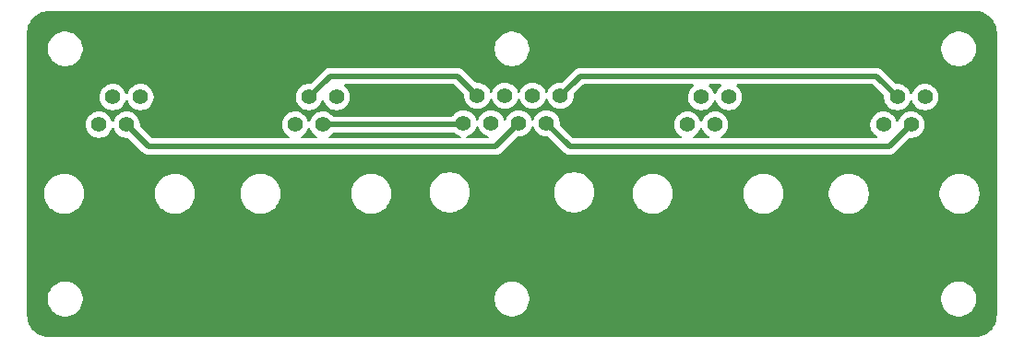
<source format=gbr>
%TF.GenerationSoftware,KiCad,Pcbnew,9.0.1-9.0.1-0~ubuntu24.04.1*%
%TF.CreationDate,2025-04-15T12:59:22-07:00*%
%TF.ProjectId,pots-over-cat6,706f7473-2d6f-4766-9572-2d636174362e,rev?*%
%TF.SameCoordinates,Original*%
%TF.FileFunction,Copper,L1,Top*%
%TF.FilePolarity,Positive*%
%FSLAX46Y46*%
G04 Gerber Fmt 4.6, Leading zero omitted, Abs format (unit mm)*
G04 Created by KiCad (PCBNEW 9.0.1-9.0.1-0~ubuntu24.04.1) date 2025-04-15 12:59:22*
%MOMM*%
%LPD*%
G01*
G04 APERTURE LIST*
%TA.AperFunction,ComponentPad*%
%ADD10C,1.408000*%
%TD*%
%TA.AperFunction,Conductor*%
%ADD11C,0.500000*%
%TD*%
G04 APERTURE END LIST*
D10*
%TO.P,J5,8*%
%TO.N,/Br*%
X160445000Y-108310000D03*
%TO.P,J5,7*%
%TO.N,/WBr*%
X159175000Y-110850000D03*
%TO.P,J5,6*%
%TO.N,/G*%
X157905000Y-108310000D03*
%TO.P,J5,5*%
%TO.N,/WB*%
X156635000Y-110850000D03*
%TO.P,J5,4*%
%TO.N,/B*%
X155365000Y-108310000D03*
%TO.P,J5,3*%
%TO.N,/WG*%
X154095000Y-110850000D03*
%TO.P,J5,2*%
%TO.N,/O*%
X152825000Y-108310000D03*
%TO.P,J5,1*%
%TO.N,/WO*%
X151555000Y-110850000D03*
%TD*%
%TO.P,J4,4*%
%TO.N,unconnected-(J4-Pad4)*%
X193905000Y-108430000D03*
%TO.P,J4,3*%
%TO.N,/WBr*%
X192635000Y-110970000D03*
%TO.P,J4,2*%
%TO.N,/Br*%
X191365000Y-108430000D03*
%TO.P,J4,1*%
%TO.N,unconnected-(J4-Pad1)*%
X190095000Y-110970000D03*
%TD*%
%TO.P,J1,4*%
%TO.N,unconnected-(J1-Pad4)*%
X121905000Y-108430000D03*
%TO.P,J1,3*%
%TO.N,/WB*%
X120635000Y-110970000D03*
%TO.P,J1,2*%
%TO.N,/B*%
X119365000Y-108430000D03*
%TO.P,J1,1*%
%TO.N,unconnected-(J1-Pad1)*%
X118095000Y-110970000D03*
%TD*%
%TO.P,J2,4*%
%TO.N,unconnected-(J2-Pad4)*%
X139905000Y-108430000D03*
%TO.P,J2,3*%
%TO.N,/WO*%
X138635000Y-110970000D03*
%TO.P,J2,2*%
%TO.N,/O*%
X137365000Y-108430000D03*
%TO.P,J2,1*%
%TO.N,unconnected-(J2-Pad1)*%
X136095000Y-110970000D03*
%TD*%
%TO.P,J3,4*%
%TO.N,unconnected-(J3-Pad4)*%
X175905000Y-108430000D03*
%TO.P,J3,3*%
%TO.N,/WG*%
X174635000Y-110970000D03*
%TO.P,J3,2*%
%TO.N,/G*%
X173365000Y-108430000D03*
%TO.P,J3,1*%
%TO.N,unconnected-(J3-Pad1)*%
X172095000Y-110970000D03*
%TD*%
D11*
%TO.N,/WB*%
X156635000Y-110850000D02*
X154485000Y-113000000D01*
X154485000Y-113000000D02*
X122665000Y-113000000D01*
X122665000Y-113000000D02*
X120635000Y-110970000D01*
%TO.N,/WO*%
X138635000Y-110970000D02*
X151435000Y-110970000D01*
X151435000Y-110970000D02*
X151555000Y-110850000D01*
%TO.N,/O*%
X137365000Y-108430000D02*
X139295000Y-106500000D01*
X139295000Y-106500000D02*
X151015000Y-106500000D01*
X151015000Y-106500000D02*
X152825000Y-108310000D01*
%TO.N,/WBr*%
X159175000Y-110850000D02*
X161325000Y-113000000D01*
X161325000Y-113000000D02*
X190605000Y-113000000D01*
X190605000Y-113000000D02*
X192635000Y-110970000D01*
%TO.N,/Br*%
X162000000Y-106755000D02*
X162255000Y-106500000D01*
X189435000Y-106500000D02*
X191365000Y-108430000D01*
X162255000Y-106500000D02*
X189435000Y-106500000D01*
X160445000Y-108310000D02*
X162000000Y-106755000D01*
%TD*%
%TA.AperFunction,NonConductor*%
G36*
X198504043Y-100500765D02*
G01*
X198752895Y-100517075D01*
X198768953Y-100519190D01*
X198976105Y-100560395D01*
X199009535Y-100567045D01*
X199025202Y-100571243D01*
X199194947Y-100628863D01*
X199257481Y-100650091D01*
X199272458Y-100656294D01*
X199481799Y-100759529D01*
X199492460Y-100764787D01*
X199506508Y-100772897D01*
X199710464Y-100909177D01*
X199723328Y-100919048D01*
X199907749Y-101080781D01*
X199919218Y-101092250D01*
X200080951Y-101276671D01*
X200090825Y-101289539D01*
X200227102Y-101493492D01*
X200235212Y-101507539D01*
X200343702Y-101727534D01*
X200349909Y-101742520D01*
X200428756Y-101974797D01*
X200432954Y-101990464D01*
X200480807Y-102231035D01*
X200482925Y-102247116D01*
X200499235Y-102495956D01*
X200499500Y-102504066D01*
X200499500Y-128495933D01*
X200499235Y-128504043D01*
X200482925Y-128752883D01*
X200480807Y-128768964D01*
X200432954Y-129009535D01*
X200428756Y-129025202D01*
X200349909Y-129257479D01*
X200343702Y-129272465D01*
X200235212Y-129492460D01*
X200227102Y-129506507D01*
X200090825Y-129710460D01*
X200080951Y-129723328D01*
X199919218Y-129907749D01*
X199907749Y-129919218D01*
X199723328Y-130080951D01*
X199710460Y-130090825D01*
X199506507Y-130227102D01*
X199492460Y-130235212D01*
X199272465Y-130343702D01*
X199257479Y-130349909D01*
X199025202Y-130428756D01*
X199009535Y-130432954D01*
X198768964Y-130480807D01*
X198752883Y-130482925D01*
X198504043Y-130499235D01*
X198495933Y-130499500D01*
X113504067Y-130499500D01*
X113495957Y-130499235D01*
X113247116Y-130482925D01*
X113231035Y-130480807D01*
X112990464Y-130432954D01*
X112974797Y-130428756D01*
X112742520Y-130349909D01*
X112727534Y-130343702D01*
X112507539Y-130235212D01*
X112493492Y-130227102D01*
X112289539Y-130090825D01*
X112276671Y-130080951D01*
X112092250Y-129919218D01*
X112080781Y-129907749D01*
X111919048Y-129723328D01*
X111909174Y-129710460D01*
X111772897Y-129506507D01*
X111764787Y-129492460D01*
X111658855Y-129277652D01*
X111656294Y-129272458D01*
X111650090Y-129257479D01*
X111571243Y-129025202D01*
X111567045Y-129009535D01*
X111559186Y-128970026D01*
X111519190Y-128768953D01*
X111517075Y-128752895D01*
X111500765Y-128504043D01*
X111500500Y-128495933D01*
X111500500Y-126874038D01*
X113399500Y-126874038D01*
X113399500Y-127125961D01*
X113438910Y-127374785D01*
X113516760Y-127614383D01*
X113631132Y-127838848D01*
X113779201Y-128042649D01*
X113779205Y-128042654D01*
X113957345Y-128220794D01*
X113957350Y-128220798D01*
X114135117Y-128349952D01*
X114161155Y-128368870D01*
X114289192Y-128434108D01*
X114385616Y-128483239D01*
X114385618Y-128483239D01*
X114385621Y-128483241D01*
X114625215Y-128561090D01*
X114874038Y-128600500D01*
X114874039Y-128600500D01*
X115125961Y-128600500D01*
X115125962Y-128600500D01*
X115374785Y-128561090D01*
X115614379Y-128483241D01*
X115838845Y-128368870D01*
X116042656Y-128220793D01*
X116220793Y-128042656D01*
X116368870Y-127838845D01*
X116483241Y-127614379D01*
X116561090Y-127374785D01*
X116600500Y-127125962D01*
X116600500Y-126874038D01*
X154399500Y-126874038D01*
X154399500Y-127125961D01*
X154438910Y-127374785D01*
X154516760Y-127614383D01*
X154631132Y-127838848D01*
X154779201Y-128042649D01*
X154779205Y-128042654D01*
X154957345Y-128220794D01*
X154957350Y-128220798D01*
X155135117Y-128349952D01*
X155161155Y-128368870D01*
X155289192Y-128434108D01*
X155385616Y-128483239D01*
X155385618Y-128483239D01*
X155385621Y-128483241D01*
X155625215Y-128561090D01*
X155874038Y-128600500D01*
X155874039Y-128600500D01*
X156125961Y-128600500D01*
X156125962Y-128600500D01*
X156374785Y-128561090D01*
X156614379Y-128483241D01*
X156838845Y-128368870D01*
X157042656Y-128220793D01*
X157220793Y-128042656D01*
X157368870Y-127838845D01*
X157483241Y-127614379D01*
X157561090Y-127374785D01*
X157600500Y-127125962D01*
X157600500Y-126874038D01*
X195399500Y-126874038D01*
X195399500Y-127125961D01*
X195438910Y-127374785D01*
X195516760Y-127614383D01*
X195631132Y-127838848D01*
X195779201Y-128042649D01*
X195779205Y-128042654D01*
X195957345Y-128220794D01*
X195957350Y-128220798D01*
X196135117Y-128349952D01*
X196161155Y-128368870D01*
X196289192Y-128434108D01*
X196385616Y-128483239D01*
X196385618Y-128483239D01*
X196385621Y-128483241D01*
X196625215Y-128561090D01*
X196874038Y-128600500D01*
X196874039Y-128600500D01*
X197125961Y-128600500D01*
X197125962Y-128600500D01*
X197374785Y-128561090D01*
X197614379Y-128483241D01*
X197838845Y-128368870D01*
X198042656Y-128220793D01*
X198220793Y-128042656D01*
X198368870Y-127838845D01*
X198483241Y-127614379D01*
X198561090Y-127374785D01*
X198600500Y-127125962D01*
X198600500Y-126874038D01*
X198561090Y-126625215D01*
X198483241Y-126385621D01*
X198483239Y-126385618D01*
X198483239Y-126385616D01*
X198441747Y-126304184D01*
X198368870Y-126161155D01*
X198349952Y-126135117D01*
X198220798Y-125957350D01*
X198220794Y-125957345D01*
X198042654Y-125779205D01*
X198042649Y-125779201D01*
X197838848Y-125631132D01*
X197838847Y-125631131D01*
X197838845Y-125631130D01*
X197768747Y-125595413D01*
X197614383Y-125516760D01*
X197374785Y-125438910D01*
X197125962Y-125399500D01*
X196874038Y-125399500D01*
X196749626Y-125419205D01*
X196625214Y-125438910D01*
X196385616Y-125516760D01*
X196161151Y-125631132D01*
X195957350Y-125779201D01*
X195957345Y-125779205D01*
X195779205Y-125957345D01*
X195779201Y-125957350D01*
X195631132Y-126161151D01*
X195516760Y-126385616D01*
X195438910Y-126625214D01*
X195399500Y-126874038D01*
X157600500Y-126874038D01*
X157561090Y-126625215D01*
X157483241Y-126385621D01*
X157483239Y-126385618D01*
X157483239Y-126385616D01*
X157441747Y-126304184D01*
X157368870Y-126161155D01*
X157349952Y-126135117D01*
X157220798Y-125957350D01*
X157220794Y-125957345D01*
X157042654Y-125779205D01*
X157042649Y-125779201D01*
X156838848Y-125631132D01*
X156838847Y-125631131D01*
X156838845Y-125631130D01*
X156768747Y-125595413D01*
X156614383Y-125516760D01*
X156374785Y-125438910D01*
X156125962Y-125399500D01*
X155874038Y-125399500D01*
X155749626Y-125419205D01*
X155625214Y-125438910D01*
X155385616Y-125516760D01*
X155161151Y-125631132D01*
X154957350Y-125779201D01*
X154957345Y-125779205D01*
X154779205Y-125957345D01*
X154779201Y-125957350D01*
X154631132Y-126161151D01*
X154516760Y-126385616D01*
X154438910Y-126625214D01*
X154399500Y-126874038D01*
X116600500Y-126874038D01*
X116561090Y-126625215D01*
X116483241Y-126385621D01*
X116483239Y-126385618D01*
X116483239Y-126385616D01*
X116441747Y-126304184D01*
X116368870Y-126161155D01*
X116349952Y-126135117D01*
X116220798Y-125957350D01*
X116220794Y-125957345D01*
X116042654Y-125779205D01*
X116042649Y-125779201D01*
X115838848Y-125631132D01*
X115838847Y-125631131D01*
X115838845Y-125631130D01*
X115768747Y-125595413D01*
X115614383Y-125516760D01*
X115374785Y-125438910D01*
X115125962Y-125399500D01*
X114874038Y-125399500D01*
X114749626Y-125419205D01*
X114625214Y-125438910D01*
X114385616Y-125516760D01*
X114161151Y-125631132D01*
X113957350Y-125779201D01*
X113957345Y-125779205D01*
X113779205Y-125957345D01*
X113779201Y-125957350D01*
X113631132Y-126161151D01*
X113516760Y-126385616D01*
X113438910Y-126625214D01*
X113399500Y-126874038D01*
X111500500Y-126874038D01*
X111500500Y-117199701D01*
X113084500Y-117199701D01*
X113084500Y-117440298D01*
X113084501Y-117440314D01*
X113115905Y-117678853D01*
X113178183Y-117911275D01*
X113270253Y-118133553D01*
X113270261Y-118133570D01*
X113390558Y-118341929D01*
X113390569Y-118341945D01*
X113537035Y-118532824D01*
X113537041Y-118532831D01*
X113707168Y-118702958D01*
X113707175Y-118702964D01*
X113741681Y-118729441D01*
X113898063Y-118849437D01*
X113898070Y-118849441D01*
X114106429Y-118969738D01*
X114106434Y-118969740D01*
X114106437Y-118969742D01*
X114106441Y-118969743D01*
X114106446Y-118969746D01*
X114328724Y-119061816D01*
X114328726Y-119061816D01*
X114328732Y-119061819D01*
X114561143Y-119124094D01*
X114799695Y-119155500D01*
X114799702Y-119155500D01*
X115040298Y-119155500D01*
X115040305Y-119155500D01*
X115278857Y-119124094D01*
X115511268Y-119061819D01*
X115733563Y-118969742D01*
X115941937Y-118849437D01*
X116132826Y-118702963D01*
X116302963Y-118532826D01*
X116449437Y-118341937D01*
X116569742Y-118133563D01*
X116661819Y-117911268D01*
X116724094Y-117678857D01*
X116755500Y-117440305D01*
X116755500Y-117199701D01*
X123244500Y-117199701D01*
X123244500Y-117440298D01*
X123244501Y-117440314D01*
X123275905Y-117678853D01*
X123338183Y-117911275D01*
X123430253Y-118133553D01*
X123430261Y-118133570D01*
X123550558Y-118341929D01*
X123550569Y-118341945D01*
X123697035Y-118532824D01*
X123697041Y-118532831D01*
X123867168Y-118702958D01*
X123867175Y-118702964D01*
X123901681Y-118729441D01*
X124058063Y-118849437D01*
X124058070Y-118849441D01*
X124266429Y-118969738D01*
X124266434Y-118969740D01*
X124266437Y-118969742D01*
X124266441Y-118969743D01*
X124266446Y-118969746D01*
X124488724Y-119061816D01*
X124488726Y-119061816D01*
X124488732Y-119061819D01*
X124721143Y-119124094D01*
X124959695Y-119155500D01*
X124959702Y-119155500D01*
X125200298Y-119155500D01*
X125200305Y-119155500D01*
X125438857Y-119124094D01*
X125671268Y-119061819D01*
X125893563Y-118969742D01*
X126101937Y-118849437D01*
X126292826Y-118702963D01*
X126462963Y-118532826D01*
X126609437Y-118341937D01*
X126729742Y-118133563D01*
X126821819Y-117911268D01*
X126884094Y-117678857D01*
X126915500Y-117440305D01*
X126915500Y-117199701D01*
X131084500Y-117199701D01*
X131084500Y-117440298D01*
X131084501Y-117440314D01*
X131115905Y-117678853D01*
X131178183Y-117911275D01*
X131270253Y-118133553D01*
X131270261Y-118133570D01*
X131390558Y-118341929D01*
X131390569Y-118341945D01*
X131537035Y-118532824D01*
X131537041Y-118532831D01*
X131707168Y-118702958D01*
X131707175Y-118702964D01*
X131741681Y-118729441D01*
X131898063Y-118849437D01*
X131898070Y-118849441D01*
X132106429Y-118969738D01*
X132106434Y-118969740D01*
X132106437Y-118969742D01*
X132106441Y-118969743D01*
X132106446Y-118969746D01*
X132328724Y-119061816D01*
X132328726Y-119061816D01*
X132328732Y-119061819D01*
X132561143Y-119124094D01*
X132799695Y-119155500D01*
X132799702Y-119155500D01*
X133040298Y-119155500D01*
X133040305Y-119155500D01*
X133278857Y-119124094D01*
X133511268Y-119061819D01*
X133733563Y-118969742D01*
X133941937Y-118849437D01*
X134132826Y-118702963D01*
X134302963Y-118532826D01*
X134449437Y-118341937D01*
X134569742Y-118133563D01*
X134661819Y-117911268D01*
X134724094Y-117678857D01*
X134755500Y-117440305D01*
X134755500Y-117199701D01*
X141244500Y-117199701D01*
X141244500Y-117440298D01*
X141244501Y-117440314D01*
X141275905Y-117678853D01*
X141338183Y-117911275D01*
X141430253Y-118133553D01*
X141430261Y-118133570D01*
X141550558Y-118341929D01*
X141550569Y-118341945D01*
X141697035Y-118532824D01*
X141697041Y-118532831D01*
X141867168Y-118702958D01*
X141867175Y-118702964D01*
X141901681Y-118729441D01*
X142058063Y-118849437D01*
X142058070Y-118849441D01*
X142266429Y-118969738D01*
X142266434Y-118969740D01*
X142266437Y-118969742D01*
X142266441Y-118969743D01*
X142266446Y-118969746D01*
X142488724Y-119061816D01*
X142488726Y-119061816D01*
X142488732Y-119061819D01*
X142721143Y-119124094D01*
X142959695Y-119155500D01*
X142959702Y-119155500D01*
X143200298Y-119155500D01*
X143200305Y-119155500D01*
X143438857Y-119124094D01*
X143671268Y-119061819D01*
X143893563Y-118969742D01*
X144101937Y-118849437D01*
X144292826Y-118702963D01*
X144462963Y-118532826D01*
X144609437Y-118341937D01*
X144729742Y-118133563D01*
X144821819Y-117911268D01*
X144884094Y-117678857D01*
X144915500Y-117440305D01*
X144915500Y-117199695D01*
X144899702Y-117079701D01*
X148449500Y-117079701D01*
X148449500Y-117320298D01*
X148449501Y-117320314D01*
X148480905Y-117558853D01*
X148543183Y-117791275D01*
X148635253Y-118013553D01*
X148635261Y-118013570D01*
X148755558Y-118221929D01*
X148755569Y-118221945D01*
X148902035Y-118412824D01*
X148902041Y-118412831D01*
X149072168Y-118582958D01*
X149072174Y-118582963D01*
X149263063Y-118729437D01*
X149263070Y-118729441D01*
X149471429Y-118849738D01*
X149471434Y-118849740D01*
X149471437Y-118849742D01*
X149471441Y-118849743D01*
X149471446Y-118849746D01*
X149693724Y-118941816D01*
X149693726Y-118941816D01*
X149693732Y-118941819D01*
X149926143Y-119004094D01*
X150164695Y-119035500D01*
X150164702Y-119035500D01*
X150405298Y-119035500D01*
X150405305Y-119035500D01*
X150643857Y-119004094D01*
X150876268Y-118941819D01*
X151098563Y-118849742D01*
X151306937Y-118729437D01*
X151497826Y-118582963D01*
X151667963Y-118412826D01*
X151814437Y-118221937D01*
X151934742Y-118013563D01*
X152026819Y-117791268D01*
X152089094Y-117558857D01*
X152120500Y-117320305D01*
X152120500Y-117079701D01*
X159879500Y-117079701D01*
X159879500Y-117320298D01*
X159879501Y-117320314D01*
X159910905Y-117558853D01*
X159973183Y-117791275D01*
X160065253Y-118013553D01*
X160065261Y-118013570D01*
X160185558Y-118221929D01*
X160185569Y-118221945D01*
X160332035Y-118412824D01*
X160332041Y-118412831D01*
X160502168Y-118582958D01*
X160502174Y-118582963D01*
X160693063Y-118729437D01*
X160693070Y-118729441D01*
X160901429Y-118849738D01*
X160901434Y-118849740D01*
X160901437Y-118849742D01*
X160901441Y-118849743D01*
X160901446Y-118849746D01*
X161123724Y-118941816D01*
X161123726Y-118941816D01*
X161123732Y-118941819D01*
X161356143Y-119004094D01*
X161594695Y-119035500D01*
X161594702Y-119035500D01*
X161835298Y-119035500D01*
X161835305Y-119035500D01*
X162073857Y-119004094D01*
X162306268Y-118941819D01*
X162528563Y-118849742D01*
X162736937Y-118729437D01*
X162927826Y-118582963D01*
X163097963Y-118412826D01*
X163244437Y-118221937D01*
X163364742Y-118013563D01*
X163456819Y-117791268D01*
X163519094Y-117558857D01*
X163550500Y-117320305D01*
X163550500Y-117199701D01*
X167084500Y-117199701D01*
X167084500Y-117440298D01*
X167084501Y-117440314D01*
X167115905Y-117678853D01*
X167178183Y-117911275D01*
X167270253Y-118133553D01*
X167270261Y-118133570D01*
X167390558Y-118341929D01*
X167390569Y-118341945D01*
X167537035Y-118532824D01*
X167537041Y-118532831D01*
X167707168Y-118702958D01*
X167707175Y-118702964D01*
X167741681Y-118729441D01*
X167898063Y-118849437D01*
X167898070Y-118849441D01*
X168106429Y-118969738D01*
X168106434Y-118969740D01*
X168106437Y-118969742D01*
X168106441Y-118969743D01*
X168106446Y-118969746D01*
X168328724Y-119061816D01*
X168328726Y-119061816D01*
X168328732Y-119061819D01*
X168561143Y-119124094D01*
X168799695Y-119155500D01*
X168799702Y-119155500D01*
X169040298Y-119155500D01*
X169040305Y-119155500D01*
X169278857Y-119124094D01*
X169511268Y-119061819D01*
X169733563Y-118969742D01*
X169941937Y-118849437D01*
X170132826Y-118702963D01*
X170302963Y-118532826D01*
X170449437Y-118341937D01*
X170569742Y-118133563D01*
X170661819Y-117911268D01*
X170724094Y-117678857D01*
X170755500Y-117440305D01*
X170755500Y-117199701D01*
X177244500Y-117199701D01*
X177244500Y-117440298D01*
X177244501Y-117440314D01*
X177275905Y-117678853D01*
X177338183Y-117911275D01*
X177430253Y-118133553D01*
X177430261Y-118133570D01*
X177550558Y-118341929D01*
X177550569Y-118341945D01*
X177697035Y-118532824D01*
X177697041Y-118532831D01*
X177867168Y-118702958D01*
X177867175Y-118702964D01*
X177901681Y-118729441D01*
X178058063Y-118849437D01*
X178058070Y-118849441D01*
X178266429Y-118969738D01*
X178266434Y-118969740D01*
X178266437Y-118969742D01*
X178266441Y-118969743D01*
X178266446Y-118969746D01*
X178488724Y-119061816D01*
X178488726Y-119061816D01*
X178488732Y-119061819D01*
X178721143Y-119124094D01*
X178959695Y-119155500D01*
X178959702Y-119155500D01*
X179200298Y-119155500D01*
X179200305Y-119155500D01*
X179438857Y-119124094D01*
X179671268Y-119061819D01*
X179893563Y-118969742D01*
X180101937Y-118849437D01*
X180292826Y-118702963D01*
X180462963Y-118532826D01*
X180609437Y-118341937D01*
X180729742Y-118133563D01*
X180821819Y-117911268D01*
X180884094Y-117678857D01*
X180915500Y-117440305D01*
X180915500Y-117199701D01*
X185084500Y-117199701D01*
X185084500Y-117440298D01*
X185084501Y-117440314D01*
X185115905Y-117678853D01*
X185178183Y-117911275D01*
X185270253Y-118133553D01*
X185270261Y-118133570D01*
X185390558Y-118341929D01*
X185390569Y-118341945D01*
X185537035Y-118532824D01*
X185537041Y-118532831D01*
X185707168Y-118702958D01*
X185707175Y-118702964D01*
X185741681Y-118729441D01*
X185898063Y-118849437D01*
X185898070Y-118849441D01*
X186106429Y-118969738D01*
X186106434Y-118969740D01*
X186106437Y-118969742D01*
X186106441Y-118969743D01*
X186106446Y-118969746D01*
X186328724Y-119061816D01*
X186328726Y-119061816D01*
X186328732Y-119061819D01*
X186561143Y-119124094D01*
X186799695Y-119155500D01*
X186799702Y-119155500D01*
X187040298Y-119155500D01*
X187040305Y-119155500D01*
X187278857Y-119124094D01*
X187511268Y-119061819D01*
X187733563Y-118969742D01*
X187941937Y-118849437D01*
X188132826Y-118702963D01*
X188302963Y-118532826D01*
X188449437Y-118341937D01*
X188569742Y-118133563D01*
X188661819Y-117911268D01*
X188724094Y-117678857D01*
X188755500Y-117440305D01*
X188755500Y-117199701D01*
X195244500Y-117199701D01*
X195244500Y-117440298D01*
X195244501Y-117440314D01*
X195275905Y-117678853D01*
X195338183Y-117911275D01*
X195430253Y-118133553D01*
X195430261Y-118133570D01*
X195550558Y-118341929D01*
X195550569Y-118341945D01*
X195697035Y-118532824D01*
X195697041Y-118532831D01*
X195867168Y-118702958D01*
X195867175Y-118702964D01*
X195901681Y-118729441D01*
X196058063Y-118849437D01*
X196058070Y-118849441D01*
X196266429Y-118969738D01*
X196266434Y-118969740D01*
X196266437Y-118969742D01*
X196266441Y-118969743D01*
X196266446Y-118969746D01*
X196488724Y-119061816D01*
X196488726Y-119061816D01*
X196488732Y-119061819D01*
X196721143Y-119124094D01*
X196959695Y-119155500D01*
X196959702Y-119155500D01*
X197200298Y-119155500D01*
X197200305Y-119155500D01*
X197438857Y-119124094D01*
X197671268Y-119061819D01*
X197893563Y-118969742D01*
X198101937Y-118849437D01*
X198292826Y-118702963D01*
X198462963Y-118532826D01*
X198609437Y-118341937D01*
X198729742Y-118133563D01*
X198821819Y-117911268D01*
X198884094Y-117678857D01*
X198915500Y-117440305D01*
X198915500Y-117199695D01*
X198884094Y-116961143D01*
X198821819Y-116728732D01*
X198772110Y-116608724D01*
X198729746Y-116506446D01*
X198729738Y-116506429D01*
X198609441Y-116298070D01*
X198609437Y-116298063D01*
X198462963Y-116107174D01*
X198462958Y-116107168D01*
X198292831Y-115937041D01*
X198292824Y-115937035D01*
X198101945Y-115790569D01*
X198101943Y-115790567D01*
X198101937Y-115790563D01*
X198101932Y-115790560D01*
X198101929Y-115790558D01*
X197893570Y-115670261D01*
X197893553Y-115670253D01*
X197671275Y-115578183D01*
X197438853Y-115515905D01*
X197200314Y-115484501D01*
X197200311Y-115484500D01*
X197200305Y-115484500D01*
X196959695Y-115484500D01*
X196959689Y-115484500D01*
X196959685Y-115484501D01*
X196721146Y-115515905D01*
X196488724Y-115578183D01*
X196266446Y-115670253D01*
X196266429Y-115670261D01*
X196058070Y-115790558D01*
X196058054Y-115790569D01*
X195867175Y-115937035D01*
X195867168Y-115937041D01*
X195697041Y-116107168D01*
X195697035Y-116107175D01*
X195550569Y-116298054D01*
X195550558Y-116298070D01*
X195430261Y-116506429D01*
X195430253Y-116506446D01*
X195338183Y-116728724D01*
X195275905Y-116961146D01*
X195244501Y-117199685D01*
X195244500Y-117199701D01*
X188755500Y-117199701D01*
X188755500Y-117199695D01*
X188724094Y-116961143D01*
X188661819Y-116728732D01*
X188612110Y-116608724D01*
X188569746Y-116506446D01*
X188569738Y-116506429D01*
X188449441Y-116298070D01*
X188449437Y-116298063D01*
X188302963Y-116107174D01*
X188302958Y-116107168D01*
X188132831Y-115937041D01*
X188132824Y-115937035D01*
X187941945Y-115790569D01*
X187941943Y-115790567D01*
X187941937Y-115790563D01*
X187941932Y-115790560D01*
X187941929Y-115790558D01*
X187733570Y-115670261D01*
X187733553Y-115670253D01*
X187511275Y-115578183D01*
X187278853Y-115515905D01*
X187040314Y-115484501D01*
X187040311Y-115484500D01*
X187040305Y-115484500D01*
X186799695Y-115484500D01*
X186799689Y-115484500D01*
X186799685Y-115484501D01*
X186561146Y-115515905D01*
X186328724Y-115578183D01*
X186106446Y-115670253D01*
X186106429Y-115670261D01*
X185898070Y-115790558D01*
X185898054Y-115790569D01*
X185707175Y-115937035D01*
X185707168Y-115937041D01*
X185537041Y-116107168D01*
X185537035Y-116107175D01*
X185390569Y-116298054D01*
X185390558Y-116298070D01*
X185270261Y-116506429D01*
X185270253Y-116506446D01*
X185178183Y-116728724D01*
X185115905Y-116961146D01*
X185084501Y-117199685D01*
X185084500Y-117199701D01*
X180915500Y-117199701D01*
X180915500Y-117199695D01*
X180884094Y-116961143D01*
X180821819Y-116728732D01*
X180772110Y-116608724D01*
X180729746Y-116506446D01*
X180729738Y-116506429D01*
X180609441Y-116298070D01*
X180609437Y-116298063D01*
X180462963Y-116107174D01*
X180462958Y-116107168D01*
X180292831Y-115937041D01*
X180292824Y-115937035D01*
X180101945Y-115790569D01*
X180101943Y-115790567D01*
X180101937Y-115790563D01*
X180101932Y-115790560D01*
X180101929Y-115790558D01*
X179893570Y-115670261D01*
X179893553Y-115670253D01*
X179671275Y-115578183D01*
X179438853Y-115515905D01*
X179200314Y-115484501D01*
X179200311Y-115484500D01*
X179200305Y-115484500D01*
X178959695Y-115484500D01*
X178959689Y-115484500D01*
X178959685Y-115484501D01*
X178721146Y-115515905D01*
X178488724Y-115578183D01*
X178266446Y-115670253D01*
X178266429Y-115670261D01*
X178058070Y-115790558D01*
X178058054Y-115790569D01*
X177867175Y-115937035D01*
X177867168Y-115937041D01*
X177697041Y-116107168D01*
X177697035Y-116107175D01*
X177550569Y-116298054D01*
X177550558Y-116298070D01*
X177430261Y-116506429D01*
X177430253Y-116506446D01*
X177338183Y-116728724D01*
X177275905Y-116961146D01*
X177244501Y-117199685D01*
X177244500Y-117199701D01*
X170755500Y-117199701D01*
X170755500Y-117199695D01*
X170724094Y-116961143D01*
X170661819Y-116728732D01*
X170612110Y-116608724D01*
X170569746Y-116506446D01*
X170569738Y-116506429D01*
X170449441Y-116298070D01*
X170449437Y-116298063D01*
X170302963Y-116107174D01*
X170302958Y-116107168D01*
X170132831Y-115937041D01*
X170132824Y-115937035D01*
X169941945Y-115790569D01*
X169941943Y-115790567D01*
X169941937Y-115790563D01*
X169941932Y-115790560D01*
X169941929Y-115790558D01*
X169733570Y-115670261D01*
X169733553Y-115670253D01*
X169511275Y-115578183D01*
X169278853Y-115515905D01*
X169040314Y-115484501D01*
X169040311Y-115484500D01*
X169040305Y-115484500D01*
X168799695Y-115484500D01*
X168799689Y-115484500D01*
X168799685Y-115484501D01*
X168561146Y-115515905D01*
X168328724Y-115578183D01*
X168106446Y-115670253D01*
X168106429Y-115670261D01*
X167898070Y-115790558D01*
X167898054Y-115790569D01*
X167707175Y-115937035D01*
X167707168Y-115937041D01*
X167537041Y-116107168D01*
X167537035Y-116107175D01*
X167390569Y-116298054D01*
X167390558Y-116298070D01*
X167270261Y-116506429D01*
X167270253Y-116506446D01*
X167178183Y-116728724D01*
X167115905Y-116961146D01*
X167084501Y-117199685D01*
X167084500Y-117199701D01*
X163550500Y-117199701D01*
X163550500Y-117079695D01*
X163519094Y-116841143D01*
X163456819Y-116608732D01*
X163414447Y-116506437D01*
X163364746Y-116386446D01*
X163364738Y-116386429D01*
X163244441Y-116178070D01*
X163244437Y-116178063D01*
X163097963Y-115987174D01*
X163097958Y-115987168D01*
X162927831Y-115817041D01*
X162927824Y-115817035D01*
X162736945Y-115670569D01*
X162736943Y-115670567D01*
X162736937Y-115670563D01*
X162736932Y-115670560D01*
X162736929Y-115670558D01*
X162528570Y-115550261D01*
X162528553Y-115550253D01*
X162306275Y-115458183D01*
X162073853Y-115395905D01*
X161835314Y-115364501D01*
X161835311Y-115364500D01*
X161835305Y-115364500D01*
X161594695Y-115364500D01*
X161594689Y-115364500D01*
X161594685Y-115364501D01*
X161356146Y-115395905D01*
X161123724Y-115458183D01*
X160901446Y-115550253D01*
X160901429Y-115550261D01*
X160693070Y-115670558D01*
X160693054Y-115670569D01*
X160502175Y-115817035D01*
X160502168Y-115817041D01*
X160332041Y-115987168D01*
X160332035Y-115987175D01*
X160185569Y-116178054D01*
X160185558Y-116178070D01*
X160065261Y-116386429D01*
X160065253Y-116386446D01*
X159973183Y-116608724D01*
X159910905Y-116841146D01*
X159879501Y-117079685D01*
X159879500Y-117079701D01*
X152120500Y-117079701D01*
X152120500Y-117079695D01*
X152089094Y-116841143D01*
X152026819Y-116608732D01*
X151984447Y-116506437D01*
X151934746Y-116386446D01*
X151934738Y-116386429D01*
X151814441Y-116178070D01*
X151814437Y-116178063D01*
X151667963Y-115987174D01*
X151667958Y-115987168D01*
X151497831Y-115817041D01*
X151497824Y-115817035D01*
X151306945Y-115670569D01*
X151306943Y-115670567D01*
X151306937Y-115670563D01*
X151306932Y-115670560D01*
X151306929Y-115670558D01*
X151098570Y-115550261D01*
X151098553Y-115550253D01*
X150876275Y-115458183D01*
X150643853Y-115395905D01*
X150405314Y-115364501D01*
X150405311Y-115364500D01*
X150405305Y-115364500D01*
X150164695Y-115364500D01*
X150164689Y-115364500D01*
X150164685Y-115364501D01*
X149926146Y-115395905D01*
X149693724Y-115458183D01*
X149471446Y-115550253D01*
X149471429Y-115550261D01*
X149263070Y-115670558D01*
X149263054Y-115670569D01*
X149072175Y-115817035D01*
X149072168Y-115817041D01*
X148902041Y-115987168D01*
X148902035Y-115987175D01*
X148755569Y-116178054D01*
X148755558Y-116178070D01*
X148635261Y-116386429D01*
X148635253Y-116386446D01*
X148543183Y-116608724D01*
X148480905Y-116841146D01*
X148449501Y-117079685D01*
X148449500Y-117079701D01*
X144899702Y-117079701D01*
X144884094Y-116961143D01*
X144821819Y-116728732D01*
X144772110Y-116608724D01*
X144729746Y-116506446D01*
X144729738Y-116506429D01*
X144609441Y-116298070D01*
X144609437Y-116298063D01*
X144462963Y-116107174D01*
X144462958Y-116107168D01*
X144292831Y-115937041D01*
X144292824Y-115937035D01*
X144101945Y-115790569D01*
X144101943Y-115790567D01*
X144101937Y-115790563D01*
X144101932Y-115790560D01*
X144101929Y-115790558D01*
X143893570Y-115670261D01*
X143893553Y-115670253D01*
X143671275Y-115578183D01*
X143438853Y-115515905D01*
X143200314Y-115484501D01*
X143200311Y-115484500D01*
X143200305Y-115484500D01*
X142959695Y-115484500D01*
X142959689Y-115484500D01*
X142959685Y-115484501D01*
X142721146Y-115515905D01*
X142488724Y-115578183D01*
X142266446Y-115670253D01*
X142266429Y-115670261D01*
X142058070Y-115790558D01*
X142058054Y-115790569D01*
X141867175Y-115937035D01*
X141867168Y-115937041D01*
X141697041Y-116107168D01*
X141697035Y-116107175D01*
X141550569Y-116298054D01*
X141550558Y-116298070D01*
X141430261Y-116506429D01*
X141430253Y-116506446D01*
X141338183Y-116728724D01*
X141275905Y-116961146D01*
X141244501Y-117199685D01*
X141244500Y-117199701D01*
X134755500Y-117199701D01*
X134755500Y-117199695D01*
X134724094Y-116961143D01*
X134661819Y-116728732D01*
X134612110Y-116608724D01*
X134569746Y-116506446D01*
X134569738Y-116506429D01*
X134449441Y-116298070D01*
X134449437Y-116298063D01*
X134302963Y-116107174D01*
X134302958Y-116107168D01*
X134132831Y-115937041D01*
X134132824Y-115937035D01*
X133941945Y-115790569D01*
X133941943Y-115790567D01*
X133941937Y-115790563D01*
X133941932Y-115790560D01*
X133941929Y-115790558D01*
X133733570Y-115670261D01*
X133733553Y-115670253D01*
X133511275Y-115578183D01*
X133278853Y-115515905D01*
X133040314Y-115484501D01*
X133040311Y-115484500D01*
X133040305Y-115484500D01*
X132799695Y-115484500D01*
X132799689Y-115484500D01*
X132799685Y-115484501D01*
X132561146Y-115515905D01*
X132328724Y-115578183D01*
X132106446Y-115670253D01*
X132106429Y-115670261D01*
X131898070Y-115790558D01*
X131898054Y-115790569D01*
X131707175Y-115937035D01*
X131707168Y-115937041D01*
X131537041Y-116107168D01*
X131537035Y-116107175D01*
X131390569Y-116298054D01*
X131390558Y-116298070D01*
X131270261Y-116506429D01*
X131270253Y-116506446D01*
X131178183Y-116728724D01*
X131115905Y-116961146D01*
X131084501Y-117199685D01*
X131084500Y-117199701D01*
X126915500Y-117199701D01*
X126915500Y-117199695D01*
X126884094Y-116961143D01*
X126821819Y-116728732D01*
X126772110Y-116608724D01*
X126729746Y-116506446D01*
X126729738Y-116506429D01*
X126609441Y-116298070D01*
X126609437Y-116298063D01*
X126462963Y-116107174D01*
X126462958Y-116107168D01*
X126292831Y-115937041D01*
X126292824Y-115937035D01*
X126101945Y-115790569D01*
X126101943Y-115790567D01*
X126101937Y-115790563D01*
X126101932Y-115790560D01*
X126101929Y-115790558D01*
X125893570Y-115670261D01*
X125893553Y-115670253D01*
X125671275Y-115578183D01*
X125438853Y-115515905D01*
X125200314Y-115484501D01*
X125200311Y-115484500D01*
X125200305Y-115484500D01*
X124959695Y-115484500D01*
X124959689Y-115484500D01*
X124959685Y-115484501D01*
X124721146Y-115515905D01*
X124488724Y-115578183D01*
X124266446Y-115670253D01*
X124266429Y-115670261D01*
X124058070Y-115790558D01*
X124058054Y-115790569D01*
X123867175Y-115937035D01*
X123867168Y-115937041D01*
X123697041Y-116107168D01*
X123697035Y-116107175D01*
X123550569Y-116298054D01*
X123550558Y-116298070D01*
X123430261Y-116506429D01*
X123430253Y-116506446D01*
X123338183Y-116728724D01*
X123275905Y-116961146D01*
X123244501Y-117199685D01*
X123244500Y-117199701D01*
X116755500Y-117199701D01*
X116755500Y-117199695D01*
X116724094Y-116961143D01*
X116661819Y-116728732D01*
X116612110Y-116608724D01*
X116569746Y-116506446D01*
X116569738Y-116506429D01*
X116449441Y-116298070D01*
X116449437Y-116298063D01*
X116302963Y-116107174D01*
X116302958Y-116107168D01*
X116132831Y-115937041D01*
X116132824Y-115937035D01*
X115941945Y-115790569D01*
X115941943Y-115790567D01*
X115941937Y-115790563D01*
X115941932Y-115790560D01*
X115941929Y-115790558D01*
X115733570Y-115670261D01*
X115733553Y-115670253D01*
X115511275Y-115578183D01*
X115278853Y-115515905D01*
X115040314Y-115484501D01*
X115040311Y-115484500D01*
X115040305Y-115484500D01*
X114799695Y-115484500D01*
X114799689Y-115484500D01*
X114799685Y-115484501D01*
X114561146Y-115515905D01*
X114328724Y-115578183D01*
X114106446Y-115670253D01*
X114106429Y-115670261D01*
X113898070Y-115790558D01*
X113898054Y-115790569D01*
X113707175Y-115937035D01*
X113707168Y-115937041D01*
X113537041Y-116107168D01*
X113537035Y-116107175D01*
X113390569Y-116298054D01*
X113390558Y-116298070D01*
X113270261Y-116506429D01*
X113270253Y-116506446D01*
X113178183Y-116728724D01*
X113115905Y-116961146D01*
X113084501Y-117199685D01*
X113084500Y-117199701D01*
X111500500Y-117199701D01*
X111500500Y-110875199D01*
X116890500Y-110875199D01*
X116890500Y-111064800D01*
X116917816Y-111237267D01*
X116920158Y-111252055D01*
X116939755Y-111312368D01*
X116978747Y-111432372D01*
X117064819Y-111601296D01*
X117176259Y-111754679D01*
X117310321Y-111888741D01*
X117463704Y-112000181D01*
X117512104Y-112024842D01*
X117632627Y-112086252D01*
X117632629Y-112086252D01*
X117632632Y-112086254D01*
X117812945Y-112144842D01*
X117906574Y-112159671D01*
X118000200Y-112174500D01*
X118000204Y-112174500D01*
X118189800Y-112174500D01*
X118273022Y-112161318D01*
X118377055Y-112144842D01*
X118557368Y-112086254D01*
X118726296Y-112000181D01*
X118879679Y-111888741D01*
X119013741Y-111754679D01*
X119125181Y-111601296D01*
X119211254Y-111432368D01*
X119247069Y-111322139D01*
X119286507Y-111264465D01*
X119350865Y-111237267D01*
X119419712Y-111249182D01*
X119471187Y-111296426D01*
X119482929Y-111322138D01*
X119518746Y-111432368D01*
X119604819Y-111601296D01*
X119716259Y-111754679D01*
X119850321Y-111888741D01*
X120003704Y-112000181D01*
X120052104Y-112024842D01*
X120172627Y-112086252D01*
X120172629Y-112086252D01*
X120172632Y-112086254D01*
X120352945Y-112144842D01*
X120446574Y-112159671D01*
X120540200Y-112174500D01*
X120726770Y-112174500D01*
X120793809Y-112194185D01*
X120814451Y-112210819D01*
X122082049Y-113478416D01*
X122186584Y-113582951D01*
X122186587Y-113582953D01*
X122186588Y-113582954D01*
X122309503Y-113665083D01*
X122309506Y-113665085D01*
X122359665Y-113685861D01*
X122366080Y-113688518D01*
X122446088Y-113721659D01*
X122562241Y-113744763D01*
X122585380Y-113749365D01*
X122591081Y-113750500D01*
X122591082Y-113750500D01*
X154558920Y-113750500D01*
X154656462Y-113731096D01*
X154703913Y-113721658D01*
X154840495Y-113665084D01*
X154889729Y-113632186D01*
X154963416Y-113582952D01*
X156455548Y-112090818D01*
X156516871Y-112057334D01*
X156543229Y-112054500D01*
X156729800Y-112054500D01*
X156813022Y-112041318D01*
X156917055Y-112024842D01*
X157097368Y-111966254D01*
X157266296Y-111880181D01*
X157419679Y-111768741D01*
X157553741Y-111634679D01*
X157665181Y-111481296D01*
X157751254Y-111312368D01*
X157787069Y-111202139D01*
X157826507Y-111144465D01*
X157890865Y-111117267D01*
X157959712Y-111129182D01*
X158011187Y-111176426D01*
X158022929Y-111202138D01*
X158058746Y-111312368D01*
X158144819Y-111481296D01*
X158256259Y-111634679D01*
X158390321Y-111768741D01*
X158543704Y-111880181D01*
X158623515Y-111920846D01*
X158712627Y-111966252D01*
X158712629Y-111966252D01*
X158712632Y-111966254D01*
X158892945Y-112024842D01*
X158986574Y-112039671D01*
X159080200Y-112054500D01*
X159266770Y-112054500D01*
X159333809Y-112074185D01*
X159354451Y-112090819D01*
X160742049Y-113478416D01*
X160846583Y-113582950D01*
X160846585Y-113582952D01*
X160969498Y-113665080D01*
X160969511Y-113665087D01*
X161106082Y-113721656D01*
X161106087Y-113721658D01*
X161106091Y-113721658D01*
X161106092Y-113721659D01*
X161251079Y-113750500D01*
X161251082Y-113750500D01*
X190678920Y-113750500D01*
X190776462Y-113731096D01*
X190823913Y-113721658D01*
X190960495Y-113665084D01*
X191009729Y-113632186D01*
X191083416Y-113582952D01*
X192455548Y-112210818D01*
X192516871Y-112177334D01*
X192543229Y-112174500D01*
X192729800Y-112174500D01*
X192813022Y-112161318D01*
X192917055Y-112144842D01*
X193097368Y-112086254D01*
X193266296Y-112000181D01*
X193419679Y-111888741D01*
X193553741Y-111754679D01*
X193665181Y-111601296D01*
X193751254Y-111432368D01*
X193809842Y-111252055D01*
X193831190Y-111117267D01*
X193839500Y-111064800D01*
X193839500Y-110875199D01*
X193820494Y-110755199D01*
X193809842Y-110687945D01*
X193751254Y-110507632D01*
X193751252Y-110507629D01*
X193751252Y-110507627D01*
X193665180Y-110338703D01*
X193553741Y-110185321D01*
X193419679Y-110051259D01*
X193266296Y-109939819D01*
X193249496Y-109931259D01*
X193097372Y-109853747D01*
X193038905Y-109834750D01*
X192917055Y-109795158D01*
X192917051Y-109795157D01*
X192917050Y-109795157D01*
X192729800Y-109765500D01*
X192729796Y-109765500D01*
X192540204Y-109765500D01*
X192540200Y-109765500D01*
X192352949Y-109795157D01*
X192352946Y-109795157D01*
X192352945Y-109795158D01*
X192294482Y-109814153D01*
X192172627Y-109853747D01*
X192003703Y-109939819D01*
X191850319Y-110051260D01*
X191716260Y-110185319D01*
X191604819Y-110338703D01*
X191518747Y-110507627D01*
X191482931Y-110617859D01*
X191443493Y-110675534D01*
X191379134Y-110702732D01*
X191310288Y-110690817D01*
X191258812Y-110643573D01*
X191247069Y-110617859D01*
X191235655Y-110582732D01*
X191211254Y-110507632D01*
X191211252Y-110507629D01*
X191211252Y-110507627D01*
X191125180Y-110338703D01*
X191013741Y-110185321D01*
X190879679Y-110051259D01*
X190726296Y-109939819D01*
X190709496Y-109931259D01*
X190557372Y-109853747D01*
X190498905Y-109834750D01*
X190377055Y-109795158D01*
X190377051Y-109795157D01*
X190377050Y-109795157D01*
X190189800Y-109765500D01*
X190189796Y-109765500D01*
X190000204Y-109765500D01*
X190000200Y-109765500D01*
X189812949Y-109795157D01*
X189812946Y-109795157D01*
X189812945Y-109795158D01*
X189754482Y-109814153D01*
X189632627Y-109853747D01*
X189463703Y-109939819D01*
X189310319Y-110051260D01*
X189176260Y-110185319D01*
X189064819Y-110338703D01*
X188978747Y-110507627D01*
X188920157Y-110687949D01*
X188890500Y-110875199D01*
X188890500Y-111064800D01*
X188917816Y-111237267D01*
X188920158Y-111252055D01*
X188939755Y-111312368D01*
X188978747Y-111432372D01*
X189064819Y-111601296D01*
X189176259Y-111754679D01*
X189310321Y-111888741D01*
X189412576Y-111963034D01*
X189463705Y-112000182D01*
X189492817Y-112015015D01*
X189543614Y-112062989D01*
X189560409Y-112130810D01*
X189537872Y-112196945D01*
X189483157Y-112240397D01*
X189436523Y-112249500D01*
X175293477Y-112249500D01*
X175226438Y-112229815D01*
X175180683Y-112177011D01*
X175170739Y-112107853D01*
X175199764Y-112044297D01*
X175237183Y-112015015D01*
X175266294Y-112000182D01*
X175266293Y-112000182D01*
X175266296Y-112000181D01*
X175419679Y-111888741D01*
X175553741Y-111754679D01*
X175665181Y-111601296D01*
X175751254Y-111432368D01*
X175809842Y-111252055D01*
X175831190Y-111117267D01*
X175839500Y-111064800D01*
X175839500Y-110875199D01*
X175820494Y-110755199D01*
X175809842Y-110687945D01*
X175751254Y-110507632D01*
X175751252Y-110507629D01*
X175751252Y-110507627D01*
X175665180Y-110338703D01*
X175553741Y-110185321D01*
X175419679Y-110051259D01*
X175266296Y-109939819D01*
X175249496Y-109931259D01*
X175097372Y-109853747D01*
X175038905Y-109834750D01*
X174917055Y-109795158D01*
X174917051Y-109795157D01*
X174917050Y-109795157D01*
X174729800Y-109765500D01*
X174729796Y-109765500D01*
X174540204Y-109765500D01*
X174540200Y-109765500D01*
X174352949Y-109795157D01*
X174352946Y-109795157D01*
X174352945Y-109795158D01*
X174294482Y-109814153D01*
X174172627Y-109853747D01*
X174003703Y-109939819D01*
X173850319Y-110051260D01*
X173716260Y-110185319D01*
X173604819Y-110338703D01*
X173518747Y-110507627D01*
X173482931Y-110617859D01*
X173443493Y-110675534D01*
X173379134Y-110702732D01*
X173310288Y-110690817D01*
X173258812Y-110643573D01*
X173247069Y-110617859D01*
X173235655Y-110582732D01*
X173211254Y-110507632D01*
X173211252Y-110507629D01*
X173211252Y-110507627D01*
X173125180Y-110338703D01*
X173013741Y-110185321D01*
X172879679Y-110051259D01*
X172726296Y-109939819D01*
X172709496Y-109931259D01*
X172557372Y-109853747D01*
X172498905Y-109834750D01*
X172377055Y-109795158D01*
X172377051Y-109795157D01*
X172377050Y-109795157D01*
X172189800Y-109765500D01*
X172189796Y-109765500D01*
X172000204Y-109765500D01*
X172000200Y-109765500D01*
X171812949Y-109795157D01*
X171812946Y-109795157D01*
X171812945Y-109795158D01*
X171754482Y-109814153D01*
X171632627Y-109853747D01*
X171463703Y-109939819D01*
X171310319Y-110051260D01*
X171176260Y-110185319D01*
X171064819Y-110338703D01*
X170978747Y-110507627D01*
X170920157Y-110687949D01*
X170890500Y-110875199D01*
X170890500Y-111064800D01*
X170917816Y-111237267D01*
X170920158Y-111252055D01*
X170939755Y-111312368D01*
X170978747Y-111432372D01*
X171064819Y-111601296D01*
X171176259Y-111754679D01*
X171310321Y-111888741D01*
X171412576Y-111963034D01*
X171463705Y-112000182D01*
X171492817Y-112015015D01*
X171543614Y-112062989D01*
X171560409Y-112130810D01*
X171537872Y-112196945D01*
X171483157Y-112240397D01*
X171436523Y-112249500D01*
X161687229Y-112249500D01*
X161620190Y-112229815D01*
X161599548Y-112213181D01*
X160415819Y-111029451D01*
X160382334Y-110968128D01*
X160379500Y-110941770D01*
X160379500Y-110755199D01*
X160357747Y-110617859D01*
X160349842Y-110567945D01*
X160291254Y-110387632D01*
X160291252Y-110387629D01*
X160291252Y-110387627D01*
X160245846Y-110298515D01*
X160205181Y-110218704D01*
X160093741Y-110065321D01*
X159959679Y-109931259D01*
X159806296Y-109819819D01*
X159637372Y-109733747D01*
X159578905Y-109714750D01*
X159457055Y-109675158D01*
X159457051Y-109675157D01*
X159457050Y-109675157D01*
X159269800Y-109645500D01*
X159269796Y-109645500D01*
X159080204Y-109645500D01*
X159080200Y-109645500D01*
X158892949Y-109675157D01*
X158892946Y-109675157D01*
X158892945Y-109675158D01*
X158834482Y-109694153D01*
X158712627Y-109733747D01*
X158543703Y-109819819D01*
X158390319Y-109931260D01*
X158256260Y-110065319D01*
X158144819Y-110218703D01*
X158058747Y-110387627D01*
X158022931Y-110497859D01*
X157983493Y-110555534D01*
X157919134Y-110582732D01*
X157850288Y-110570817D01*
X157798812Y-110523573D01*
X157787069Y-110497859D01*
X157751252Y-110387627D01*
X157705846Y-110298515D01*
X157665181Y-110218704D01*
X157553741Y-110065321D01*
X157419679Y-109931259D01*
X157266296Y-109819819D01*
X157097372Y-109733747D01*
X157038905Y-109714750D01*
X156917055Y-109675158D01*
X156917051Y-109675157D01*
X156917050Y-109675157D01*
X156729800Y-109645500D01*
X156729796Y-109645500D01*
X156540204Y-109645500D01*
X156540200Y-109645500D01*
X156352949Y-109675157D01*
X156352946Y-109675157D01*
X156352945Y-109675158D01*
X156294482Y-109694153D01*
X156172627Y-109733747D01*
X156003703Y-109819819D01*
X155850319Y-109931260D01*
X155716260Y-110065319D01*
X155604819Y-110218703D01*
X155518747Y-110387627D01*
X155482931Y-110497859D01*
X155443493Y-110555534D01*
X155379134Y-110582732D01*
X155310288Y-110570817D01*
X155258812Y-110523573D01*
X155247069Y-110497859D01*
X155211252Y-110387627D01*
X155165846Y-110298515D01*
X155125181Y-110218704D01*
X155013741Y-110065321D01*
X154879679Y-109931259D01*
X154726296Y-109819819D01*
X154557372Y-109733747D01*
X154498905Y-109714750D01*
X154377055Y-109675158D01*
X154377051Y-109675157D01*
X154377050Y-109675157D01*
X154189800Y-109645500D01*
X154189796Y-109645500D01*
X154000204Y-109645500D01*
X154000200Y-109645500D01*
X153812949Y-109675157D01*
X153812946Y-109675157D01*
X153812945Y-109675158D01*
X153754482Y-109694153D01*
X153632627Y-109733747D01*
X153463703Y-109819819D01*
X153310319Y-109931260D01*
X153176260Y-110065319D01*
X153064819Y-110218703D01*
X152978747Y-110387627D01*
X152942931Y-110497859D01*
X152903493Y-110555534D01*
X152839134Y-110582732D01*
X152770288Y-110570817D01*
X152718812Y-110523573D01*
X152707069Y-110497859D01*
X152671252Y-110387627D01*
X152625846Y-110298515D01*
X152585181Y-110218704D01*
X152473741Y-110065321D01*
X152339679Y-109931259D01*
X152186296Y-109819819D01*
X152017372Y-109733747D01*
X151958905Y-109714750D01*
X151837055Y-109675158D01*
X151837051Y-109675157D01*
X151837050Y-109675157D01*
X151649800Y-109645500D01*
X151649796Y-109645500D01*
X151460204Y-109645500D01*
X151460200Y-109645500D01*
X151272949Y-109675157D01*
X151272946Y-109675157D01*
X151272945Y-109675158D01*
X151214482Y-109694153D01*
X151092627Y-109733747D01*
X150923703Y-109819819D01*
X150770319Y-109931260D01*
X150636261Y-110065318D01*
X150636261Y-110065319D01*
X150636259Y-110065321D01*
X150561376Y-110168387D01*
X150506048Y-110211051D01*
X150461060Y-110219500D01*
X139639282Y-110219500D01*
X139572243Y-110199815D01*
X139551601Y-110183181D01*
X139419680Y-110051260D01*
X139266296Y-109939819D01*
X139097372Y-109853747D01*
X139038905Y-109834750D01*
X138917055Y-109795158D01*
X138917051Y-109795157D01*
X138917050Y-109795157D01*
X138729800Y-109765500D01*
X138729796Y-109765500D01*
X138540204Y-109765500D01*
X138540200Y-109765500D01*
X138352949Y-109795157D01*
X138352946Y-109795157D01*
X138352945Y-109795158D01*
X138294482Y-109814153D01*
X138172627Y-109853747D01*
X138003703Y-109939819D01*
X137850319Y-110051260D01*
X137716260Y-110185319D01*
X137604819Y-110338703D01*
X137518747Y-110507627D01*
X137482931Y-110617859D01*
X137443493Y-110675534D01*
X137379134Y-110702732D01*
X137310288Y-110690817D01*
X137258812Y-110643573D01*
X137247069Y-110617859D01*
X137235655Y-110582732D01*
X137211254Y-110507632D01*
X137211252Y-110507629D01*
X137211252Y-110507627D01*
X137125180Y-110338703D01*
X137013741Y-110185321D01*
X136879679Y-110051259D01*
X136726296Y-109939819D01*
X136709496Y-109931259D01*
X136557372Y-109853747D01*
X136498905Y-109834750D01*
X136377055Y-109795158D01*
X136377051Y-109795157D01*
X136377050Y-109795157D01*
X136189800Y-109765500D01*
X136189796Y-109765500D01*
X136000204Y-109765500D01*
X136000200Y-109765500D01*
X135812949Y-109795157D01*
X135812946Y-109795157D01*
X135812945Y-109795158D01*
X135754482Y-109814153D01*
X135632627Y-109853747D01*
X135463703Y-109939819D01*
X135310319Y-110051260D01*
X135176260Y-110185319D01*
X135064819Y-110338703D01*
X134978747Y-110507627D01*
X134920157Y-110687949D01*
X134890500Y-110875199D01*
X134890500Y-111064800D01*
X134917816Y-111237267D01*
X134920158Y-111252055D01*
X134939755Y-111312368D01*
X134978747Y-111432372D01*
X135064819Y-111601296D01*
X135176259Y-111754679D01*
X135310321Y-111888741D01*
X135412576Y-111963034D01*
X135463705Y-112000182D01*
X135492817Y-112015015D01*
X135543614Y-112062989D01*
X135560409Y-112130810D01*
X135537872Y-112196945D01*
X135483157Y-112240397D01*
X135436523Y-112249500D01*
X123027229Y-112249500D01*
X122960190Y-112229815D01*
X122939548Y-112213181D01*
X121875819Y-111149451D01*
X121842334Y-111088128D01*
X121839500Y-111061770D01*
X121839500Y-110875199D01*
X121820494Y-110755199D01*
X121809842Y-110687945D01*
X121751254Y-110507632D01*
X121751252Y-110507629D01*
X121751252Y-110507627D01*
X121665180Y-110338703D01*
X121553741Y-110185321D01*
X121419679Y-110051259D01*
X121266296Y-109939819D01*
X121249496Y-109931259D01*
X121097372Y-109853747D01*
X121038905Y-109834750D01*
X120917055Y-109795158D01*
X120917051Y-109795157D01*
X120917050Y-109795157D01*
X120729800Y-109765500D01*
X120729796Y-109765500D01*
X120540204Y-109765500D01*
X120540200Y-109765500D01*
X120352949Y-109795157D01*
X120352946Y-109795157D01*
X120352945Y-109795158D01*
X120294482Y-109814153D01*
X120172627Y-109853747D01*
X120003703Y-109939819D01*
X119850319Y-110051260D01*
X119716260Y-110185319D01*
X119604819Y-110338703D01*
X119518747Y-110507627D01*
X119482931Y-110617859D01*
X119443493Y-110675534D01*
X119379134Y-110702732D01*
X119310288Y-110690817D01*
X119258812Y-110643573D01*
X119247069Y-110617859D01*
X119235655Y-110582732D01*
X119211254Y-110507632D01*
X119211252Y-110507629D01*
X119211252Y-110507627D01*
X119125180Y-110338703D01*
X119013741Y-110185321D01*
X118879679Y-110051259D01*
X118726296Y-109939819D01*
X118709496Y-109931259D01*
X118557372Y-109853747D01*
X118498905Y-109834750D01*
X118377055Y-109795158D01*
X118377051Y-109795157D01*
X118377050Y-109795157D01*
X118189800Y-109765500D01*
X118189796Y-109765500D01*
X118000204Y-109765500D01*
X118000200Y-109765500D01*
X117812949Y-109795157D01*
X117812946Y-109795157D01*
X117812945Y-109795158D01*
X117754482Y-109814153D01*
X117632627Y-109853747D01*
X117463703Y-109939819D01*
X117310319Y-110051260D01*
X117176260Y-110185319D01*
X117064819Y-110338703D01*
X116978747Y-110507627D01*
X116920157Y-110687949D01*
X116890500Y-110875199D01*
X111500500Y-110875199D01*
X111500500Y-108335199D01*
X118160500Y-108335199D01*
X118160500Y-108524800D01*
X118187816Y-108697267D01*
X118190158Y-108712055D01*
X118212931Y-108782141D01*
X118248747Y-108892372D01*
X118334819Y-109061296D01*
X118446259Y-109214679D01*
X118580321Y-109348741D01*
X118733704Y-109460181D01*
X118782104Y-109484842D01*
X118902627Y-109546252D01*
X118902629Y-109546252D01*
X118902632Y-109546254D01*
X119082945Y-109604842D01*
X119176574Y-109619671D01*
X119270200Y-109634500D01*
X119270204Y-109634500D01*
X119459800Y-109634500D01*
X119543022Y-109621318D01*
X119647055Y-109604842D01*
X119827368Y-109546254D01*
X119996296Y-109460181D01*
X120149679Y-109348741D01*
X120283741Y-109214679D01*
X120395181Y-109061296D01*
X120481254Y-108892368D01*
X120517069Y-108782139D01*
X120556507Y-108724465D01*
X120620865Y-108697267D01*
X120689712Y-108709182D01*
X120741187Y-108756426D01*
X120752929Y-108782138D01*
X120788746Y-108892368D01*
X120874819Y-109061296D01*
X120986259Y-109214679D01*
X121120321Y-109348741D01*
X121273704Y-109460181D01*
X121322104Y-109484842D01*
X121442627Y-109546252D01*
X121442629Y-109546252D01*
X121442632Y-109546254D01*
X121622945Y-109604842D01*
X121716574Y-109619671D01*
X121810200Y-109634500D01*
X121810204Y-109634500D01*
X121999800Y-109634500D01*
X122083022Y-109621318D01*
X122187055Y-109604842D01*
X122367368Y-109546254D01*
X122536296Y-109460181D01*
X122689679Y-109348741D01*
X122823741Y-109214679D01*
X122935181Y-109061296D01*
X123021254Y-108892368D01*
X123079842Y-108712055D01*
X123101190Y-108577267D01*
X123109500Y-108524800D01*
X123109500Y-108335199D01*
X136160500Y-108335199D01*
X136160500Y-108524800D01*
X136187816Y-108697267D01*
X136190158Y-108712055D01*
X136212931Y-108782141D01*
X136248747Y-108892372D01*
X136334819Y-109061296D01*
X136446259Y-109214679D01*
X136580321Y-109348741D01*
X136733704Y-109460181D01*
X136782104Y-109484842D01*
X136902627Y-109546252D01*
X136902629Y-109546252D01*
X136902632Y-109546254D01*
X137082945Y-109604842D01*
X137176574Y-109619671D01*
X137270200Y-109634500D01*
X137270204Y-109634500D01*
X137459800Y-109634500D01*
X137543022Y-109621318D01*
X137647055Y-109604842D01*
X137827368Y-109546254D01*
X137996296Y-109460181D01*
X138149679Y-109348741D01*
X138283741Y-109214679D01*
X138395181Y-109061296D01*
X138481254Y-108892368D01*
X138517069Y-108782139D01*
X138556507Y-108724465D01*
X138620865Y-108697267D01*
X138689712Y-108709182D01*
X138741187Y-108756426D01*
X138752929Y-108782138D01*
X138788746Y-108892368D01*
X138874819Y-109061296D01*
X138986259Y-109214679D01*
X139120321Y-109348741D01*
X139273704Y-109460181D01*
X139322104Y-109484842D01*
X139442627Y-109546252D01*
X139442629Y-109546252D01*
X139442632Y-109546254D01*
X139622945Y-109604842D01*
X139716574Y-109619671D01*
X139810200Y-109634500D01*
X139810204Y-109634500D01*
X139999800Y-109634500D01*
X140083022Y-109621318D01*
X140187055Y-109604842D01*
X140367368Y-109546254D01*
X140536296Y-109460181D01*
X140689679Y-109348741D01*
X140823741Y-109214679D01*
X140935181Y-109061296D01*
X141021254Y-108892368D01*
X141079842Y-108712055D01*
X141101190Y-108577267D01*
X141109500Y-108524800D01*
X141109500Y-108335199D01*
X141086799Y-108191872D01*
X141079842Y-108147945D01*
X141021254Y-107967632D01*
X141021252Y-107967629D01*
X141021252Y-107967627D01*
X140935180Y-107798703D01*
X140847995Y-107678704D01*
X140823741Y-107645321D01*
X140689679Y-107511259D01*
X140639521Y-107474817D01*
X140596857Y-107419487D01*
X140590878Y-107349874D01*
X140623484Y-107288079D01*
X140684323Y-107253722D01*
X140712408Y-107250500D01*
X150652770Y-107250500D01*
X150719809Y-107270185D01*
X150740451Y-107286819D01*
X151584181Y-108130549D01*
X151617666Y-108191872D01*
X151620500Y-108218230D01*
X151620500Y-108404800D01*
X151639506Y-108524800D01*
X151650158Y-108592055D01*
X151672931Y-108662141D01*
X151708747Y-108772372D01*
X151769889Y-108892368D01*
X151794819Y-108941296D01*
X151906259Y-109094679D01*
X152040321Y-109228741D01*
X152193704Y-109340181D01*
X152273515Y-109380846D01*
X152362627Y-109426252D01*
X152362629Y-109426252D01*
X152362632Y-109426254D01*
X152542945Y-109484842D01*
X152636574Y-109499671D01*
X152730200Y-109514500D01*
X152730204Y-109514500D01*
X152919800Y-109514500D01*
X153003022Y-109501318D01*
X153107055Y-109484842D01*
X153287368Y-109426254D01*
X153456296Y-109340181D01*
X153609679Y-109228741D01*
X153743741Y-109094679D01*
X153855181Y-108941296D01*
X153941254Y-108772368D01*
X153977069Y-108662139D01*
X154016507Y-108604465D01*
X154080865Y-108577267D01*
X154149712Y-108589182D01*
X154201187Y-108636426D01*
X154212929Y-108662138D01*
X154248746Y-108772368D01*
X154334819Y-108941296D01*
X154446259Y-109094679D01*
X154580321Y-109228741D01*
X154733704Y-109340181D01*
X154813515Y-109380846D01*
X154902627Y-109426252D01*
X154902629Y-109426252D01*
X154902632Y-109426254D01*
X155082945Y-109484842D01*
X155176574Y-109499671D01*
X155270200Y-109514500D01*
X155270204Y-109514500D01*
X155459800Y-109514500D01*
X155543022Y-109501318D01*
X155647055Y-109484842D01*
X155827368Y-109426254D01*
X155996296Y-109340181D01*
X156149679Y-109228741D01*
X156283741Y-109094679D01*
X156395181Y-108941296D01*
X156481254Y-108772368D01*
X156517069Y-108662139D01*
X156556507Y-108604465D01*
X156620865Y-108577267D01*
X156689712Y-108589182D01*
X156741187Y-108636426D01*
X156752929Y-108662138D01*
X156788746Y-108772368D01*
X156874819Y-108941296D01*
X156986259Y-109094679D01*
X157120321Y-109228741D01*
X157273704Y-109340181D01*
X157353515Y-109380846D01*
X157442627Y-109426252D01*
X157442629Y-109426252D01*
X157442632Y-109426254D01*
X157622945Y-109484842D01*
X157716574Y-109499671D01*
X157810200Y-109514500D01*
X157810204Y-109514500D01*
X157999800Y-109514500D01*
X158083022Y-109501318D01*
X158187055Y-109484842D01*
X158367368Y-109426254D01*
X158536296Y-109340181D01*
X158689679Y-109228741D01*
X158823741Y-109094679D01*
X158935181Y-108941296D01*
X159021254Y-108772368D01*
X159057069Y-108662139D01*
X159096507Y-108604465D01*
X159160865Y-108577267D01*
X159229712Y-108589182D01*
X159281187Y-108636426D01*
X159292929Y-108662138D01*
X159328746Y-108772368D01*
X159414819Y-108941296D01*
X159526259Y-109094679D01*
X159660321Y-109228741D01*
X159813704Y-109340181D01*
X159893515Y-109380846D01*
X159982627Y-109426252D01*
X159982629Y-109426252D01*
X159982632Y-109426254D01*
X160162945Y-109484842D01*
X160256574Y-109499671D01*
X160350200Y-109514500D01*
X160350204Y-109514500D01*
X160539800Y-109514500D01*
X160623022Y-109501318D01*
X160727055Y-109484842D01*
X160907368Y-109426254D01*
X161076296Y-109340181D01*
X161229679Y-109228741D01*
X161363741Y-109094679D01*
X161475181Y-108941296D01*
X161561254Y-108772368D01*
X161619842Y-108592055D01*
X161636318Y-108488022D01*
X161649500Y-108404800D01*
X161649500Y-108218228D01*
X161669185Y-108151189D01*
X161685815Y-108130551D01*
X162478413Y-107337953D01*
X162478416Y-107337952D01*
X162529551Y-107286817D01*
X162581743Y-107258319D01*
X162590872Y-107253334D01*
X162590873Y-107253333D01*
X162590878Y-107253333D01*
X162617230Y-107250500D01*
X172557592Y-107250500D01*
X172624631Y-107270185D01*
X172670386Y-107322989D01*
X172680330Y-107392147D01*
X172651305Y-107455703D01*
X172630480Y-107474815D01*
X172606012Y-107492593D01*
X172580319Y-107511260D01*
X172446260Y-107645319D01*
X172334819Y-107798703D01*
X172248747Y-107967627D01*
X172224344Y-108042732D01*
X172195811Y-108130549D01*
X172190157Y-108147949D01*
X172160500Y-108335199D01*
X172160500Y-108524800D01*
X172187816Y-108697267D01*
X172190158Y-108712055D01*
X172212931Y-108782141D01*
X172248747Y-108892372D01*
X172334819Y-109061296D01*
X172446259Y-109214679D01*
X172580321Y-109348741D01*
X172733704Y-109460181D01*
X172782104Y-109484842D01*
X172902627Y-109546252D01*
X172902629Y-109546252D01*
X172902632Y-109546254D01*
X173082945Y-109604842D01*
X173176574Y-109619671D01*
X173270200Y-109634500D01*
X173270204Y-109634500D01*
X173459800Y-109634500D01*
X173543022Y-109621318D01*
X173647055Y-109604842D01*
X173827368Y-109546254D01*
X173996296Y-109460181D01*
X174149679Y-109348741D01*
X174283741Y-109214679D01*
X174395181Y-109061296D01*
X174481254Y-108892368D01*
X174517069Y-108782139D01*
X174556507Y-108724465D01*
X174620865Y-108697267D01*
X174689712Y-108709182D01*
X174741187Y-108756426D01*
X174752929Y-108782138D01*
X174788746Y-108892368D01*
X174874819Y-109061296D01*
X174986259Y-109214679D01*
X175120321Y-109348741D01*
X175273704Y-109460181D01*
X175322104Y-109484842D01*
X175442627Y-109546252D01*
X175442629Y-109546252D01*
X175442632Y-109546254D01*
X175622945Y-109604842D01*
X175716574Y-109619671D01*
X175810200Y-109634500D01*
X175810204Y-109634500D01*
X175999800Y-109634500D01*
X176083022Y-109621318D01*
X176187055Y-109604842D01*
X176367368Y-109546254D01*
X176536296Y-109460181D01*
X176689679Y-109348741D01*
X176823741Y-109214679D01*
X176935181Y-109061296D01*
X177021254Y-108892368D01*
X177079842Y-108712055D01*
X177101190Y-108577267D01*
X177109500Y-108524800D01*
X177109500Y-108335199D01*
X177086799Y-108191872D01*
X177079842Y-108147945D01*
X177021254Y-107967632D01*
X177021252Y-107967629D01*
X177021252Y-107967627D01*
X176935180Y-107798703D01*
X176847995Y-107678704D01*
X176823741Y-107645321D01*
X176689679Y-107511259D01*
X176639521Y-107474817D01*
X176596857Y-107419487D01*
X176590878Y-107349874D01*
X176623484Y-107288079D01*
X176684323Y-107253722D01*
X176712408Y-107250500D01*
X189072770Y-107250500D01*
X189139809Y-107270185D01*
X189160451Y-107286819D01*
X190124181Y-108250549D01*
X190157666Y-108311872D01*
X190160500Y-108338230D01*
X190160500Y-108524800D01*
X190187816Y-108697267D01*
X190190158Y-108712055D01*
X190212931Y-108782141D01*
X190248747Y-108892372D01*
X190334819Y-109061296D01*
X190446259Y-109214679D01*
X190580321Y-109348741D01*
X190733704Y-109460181D01*
X190782104Y-109484842D01*
X190902627Y-109546252D01*
X190902629Y-109546252D01*
X190902632Y-109546254D01*
X191082945Y-109604842D01*
X191176574Y-109619671D01*
X191270200Y-109634500D01*
X191270204Y-109634500D01*
X191459800Y-109634500D01*
X191543022Y-109621318D01*
X191647055Y-109604842D01*
X191827368Y-109546254D01*
X191996296Y-109460181D01*
X192149679Y-109348741D01*
X192283741Y-109214679D01*
X192395181Y-109061296D01*
X192481254Y-108892368D01*
X192517069Y-108782139D01*
X192556507Y-108724465D01*
X192620865Y-108697267D01*
X192689712Y-108709182D01*
X192741187Y-108756426D01*
X192752929Y-108782138D01*
X192788746Y-108892368D01*
X192874819Y-109061296D01*
X192986259Y-109214679D01*
X193120321Y-109348741D01*
X193273704Y-109460181D01*
X193322104Y-109484842D01*
X193442627Y-109546252D01*
X193442629Y-109546252D01*
X193442632Y-109546254D01*
X193622945Y-109604842D01*
X193716574Y-109619671D01*
X193810200Y-109634500D01*
X193810204Y-109634500D01*
X193999800Y-109634500D01*
X194083022Y-109621318D01*
X194187055Y-109604842D01*
X194367368Y-109546254D01*
X194536296Y-109460181D01*
X194689679Y-109348741D01*
X194823741Y-109214679D01*
X194935181Y-109061296D01*
X195021254Y-108892368D01*
X195079842Y-108712055D01*
X195101190Y-108577267D01*
X195109500Y-108524800D01*
X195109500Y-108335199D01*
X195086799Y-108191872D01*
X195079842Y-108147945D01*
X195021254Y-107967632D01*
X195021252Y-107967629D01*
X195021252Y-107967627D01*
X194935180Y-107798703D01*
X194847995Y-107678704D01*
X194823741Y-107645321D01*
X194689679Y-107511259D01*
X194536296Y-107399819D01*
X194519496Y-107391259D01*
X194367372Y-107313747D01*
X194284490Y-107286817D01*
X194187055Y-107255158D01*
X194187051Y-107255157D01*
X194187050Y-107255157D01*
X193999800Y-107225500D01*
X193999796Y-107225500D01*
X193810204Y-107225500D01*
X193810200Y-107225500D01*
X193622949Y-107255157D01*
X193622946Y-107255157D01*
X193622945Y-107255158D01*
X193613217Y-107258319D01*
X193442627Y-107313747D01*
X193273703Y-107399819D01*
X193120319Y-107511260D01*
X192986260Y-107645319D01*
X192874819Y-107798703D01*
X192788747Y-107967627D01*
X192752931Y-108077859D01*
X192713493Y-108135534D01*
X192649134Y-108162732D01*
X192580288Y-108150817D01*
X192528812Y-108103573D01*
X192517069Y-108077859D01*
X192505655Y-108042732D01*
X192481254Y-107967632D01*
X192481252Y-107967629D01*
X192481252Y-107967627D01*
X192395180Y-107798703D01*
X192307995Y-107678704D01*
X192283741Y-107645321D01*
X192149679Y-107511259D01*
X191996296Y-107399819D01*
X191979496Y-107391259D01*
X191827372Y-107313747D01*
X191744490Y-107286817D01*
X191647055Y-107255158D01*
X191647051Y-107255157D01*
X191647050Y-107255157D01*
X191459800Y-107225500D01*
X191459796Y-107225500D01*
X191273230Y-107225500D01*
X191206191Y-107205815D01*
X191185549Y-107189181D01*
X189913421Y-105917052D01*
X189913414Y-105917046D01*
X189839729Y-105867812D01*
X189839729Y-105867813D01*
X189790491Y-105834913D01*
X189653917Y-105778343D01*
X189653907Y-105778340D01*
X189508920Y-105749500D01*
X189508918Y-105749500D01*
X162181082Y-105749500D01*
X162181080Y-105749500D01*
X162036092Y-105778340D01*
X162036082Y-105778343D01*
X161899511Y-105834912D01*
X161899498Y-105834919D01*
X161776584Y-105917048D01*
X161776580Y-105917051D01*
X161417046Y-106276586D01*
X160624450Y-107069181D01*
X160563127Y-107102666D01*
X160536769Y-107105500D01*
X160350200Y-107105500D01*
X160162949Y-107135157D01*
X160162946Y-107135157D01*
X160162945Y-107135158D01*
X160104482Y-107154153D01*
X159982627Y-107193747D01*
X159813703Y-107279819D01*
X159660319Y-107391260D01*
X159526260Y-107525319D01*
X159414819Y-107678703D01*
X159328747Y-107847627D01*
X159292931Y-107957859D01*
X159253493Y-108015534D01*
X159189134Y-108042732D01*
X159120288Y-108030817D01*
X159068812Y-107983573D01*
X159057069Y-107957859D01*
X159021252Y-107847627D01*
X158935180Y-107678703D01*
X158823741Y-107525321D01*
X158689679Y-107391259D01*
X158536296Y-107279819D01*
X158494100Y-107258319D01*
X158367372Y-107193747D01*
X158308905Y-107174750D01*
X158187055Y-107135158D01*
X158187051Y-107135157D01*
X158187050Y-107135157D01*
X157999800Y-107105500D01*
X157999796Y-107105500D01*
X157810204Y-107105500D01*
X157810200Y-107105500D01*
X157622949Y-107135157D01*
X157622946Y-107135157D01*
X157622945Y-107135158D01*
X157564482Y-107154153D01*
X157442627Y-107193747D01*
X157273703Y-107279819D01*
X157120319Y-107391260D01*
X156986260Y-107525319D01*
X156874819Y-107678703D01*
X156788747Y-107847627D01*
X156752931Y-107957859D01*
X156713493Y-108015534D01*
X156649134Y-108042732D01*
X156580288Y-108030817D01*
X156528812Y-107983573D01*
X156517069Y-107957859D01*
X156481252Y-107847627D01*
X156395180Y-107678703D01*
X156283741Y-107525321D01*
X156149679Y-107391259D01*
X155996296Y-107279819D01*
X155954100Y-107258319D01*
X155827372Y-107193747D01*
X155768905Y-107174750D01*
X155647055Y-107135158D01*
X155647051Y-107135157D01*
X155647050Y-107135157D01*
X155459800Y-107105500D01*
X155459796Y-107105500D01*
X155270204Y-107105500D01*
X155270200Y-107105500D01*
X155082949Y-107135157D01*
X155082946Y-107135157D01*
X155082945Y-107135158D01*
X155024482Y-107154153D01*
X154902627Y-107193747D01*
X154733703Y-107279819D01*
X154580319Y-107391260D01*
X154446260Y-107525319D01*
X154334819Y-107678703D01*
X154248747Y-107847627D01*
X154212931Y-107957859D01*
X154173493Y-108015534D01*
X154109134Y-108042732D01*
X154040288Y-108030817D01*
X153988812Y-107983573D01*
X153977069Y-107957859D01*
X153941252Y-107847627D01*
X153855180Y-107678703D01*
X153743741Y-107525321D01*
X153609679Y-107391259D01*
X153456296Y-107279819D01*
X153414100Y-107258319D01*
X153287372Y-107193747D01*
X153228905Y-107174750D01*
X153107055Y-107135158D01*
X153107051Y-107135157D01*
X153107050Y-107135157D01*
X152919800Y-107105500D01*
X152919796Y-107105500D01*
X152733230Y-107105500D01*
X152666191Y-107085815D01*
X152645549Y-107069181D01*
X151493421Y-105917052D01*
X151493414Y-105917046D01*
X151419729Y-105867812D01*
X151419729Y-105867813D01*
X151370491Y-105834913D01*
X151233917Y-105778343D01*
X151233907Y-105778340D01*
X151088920Y-105749500D01*
X151088918Y-105749500D01*
X139368917Y-105749500D01*
X139221082Y-105749500D01*
X139221080Y-105749500D01*
X139076092Y-105778340D01*
X139076082Y-105778343D01*
X138939511Y-105834912D01*
X138939498Y-105834919D01*
X138816584Y-105917048D01*
X138816580Y-105917051D01*
X137544450Y-107189181D01*
X137483127Y-107222666D01*
X137456769Y-107225500D01*
X137270200Y-107225500D01*
X137082949Y-107255157D01*
X137082946Y-107255157D01*
X137082945Y-107255158D01*
X137073217Y-107258319D01*
X136902627Y-107313747D01*
X136733703Y-107399819D01*
X136580319Y-107511260D01*
X136446260Y-107645319D01*
X136334819Y-107798703D01*
X136248747Y-107967627D01*
X136224344Y-108042732D01*
X136195811Y-108130549D01*
X136190157Y-108147949D01*
X136160500Y-108335199D01*
X123109500Y-108335199D01*
X123086799Y-108191872D01*
X123079842Y-108147945D01*
X123021254Y-107967632D01*
X123021252Y-107967629D01*
X123021252Y-107967627D01*
X122935180Y-107798703D01*
X122847995Y-107678704D01*
X122823741Y-107645321D01*
X122689679Y-107511259D01*
X122536296Y-107399819D01*
X122519496Y-107391259D01*
X122367372Y-107313747D01*
X122284490Y-107286817D01*
X122187055Y-107255158D01*
X122187051Y-107255157D01*
X122187050Y-107255157D01*
X121999800Y-107225500D01*
X121999796Y-107225500D01*
X121810204Y-107225500D01*
X121810200Y-107225500D01*
X121622949Y-107255157D01*
X121622946Y-107255157D01*
X121622945Y-107255158D01*
X121613217Y-107258319D01*
X121442627Y-107313747D01*
X121273703Y-107399819D01*
X121120319Y-107511260D01*
X120986260Y-107645319D01*
X120874819Y-107798703D01*
X120788747Y-107967627D01*
X120752931Y-108077859D01*
X120713493Y-108135534D01*
X120649134Y-108162732D01*
X120580288Y-108150817D01*
X120528812Y-108103573D01*
X120517069Y-108077859D01*
X120505655Y-108042732D01*
X120481254Y-107967632D01*
X120481252Y-107967629D01*
X120481252Y-107967627D01*
X120395180Y-107798703D01*
X120307995Y-107678704D01*
X120283741Y-107645321D01*
X120149679Y-107511259D01*
X119996296Y-107399819D01*
X119979496Y-107391259D01*
X119827372Y-107313747D01*
X119744490Y-107286817D01*
X119647055Y-107255158D01*
X119647051Y-107255157D01*
X119647050Y-107255157D01*
X119459800Y-107225500D01*
X119459796Y-107225500D01*
X119270204Y-107225500D01*
X119270200Y-107225500D01*
X119082949Y-107255157D01*
X119082946Y-107255157D01*
X119082945Y-107255158D01*
X119073217Y-107258319D01*
X118902627Y-107313747D01*
X118733703Y-107399819D01*
X118580319Y-107511260D01*
X118446260Y-107645319D01*
X118334819Y-107798703D01*
X118248747Y-107967627D01*
X118224344Y-108042732D01*
X118195811Y-108130549D01*
X118190157Y-108147949D01*
X118160500Y-108335199D01*
X111500500Y-108335199D01*
X111500500Y-103874038D01*
X113399500Y-103874038D01*
X113399500Y-104125961D01*
X113438910Y-104374785D01*
X113516760Y-104614383D01*
X113631132Y-104838848D01*
X113779201Y-105042649D01*
X113779205Y-105042654D01*
X113957345Y-105220794D01*
X113957350Y-105220798D01*
X114135117Y-105349952D01*
X114161155Y-105368870D01*
X114304184Y-105441747D01*
X114385616Y-105483239D01*
X114385618Y-105483239D01*
X114385621Y-105483241D01*
X114625215Y-105561090D01*
X114874038Y-105600500D01*
X114874039Y-105600500D01*
X115125961Y-105600500D01*
X115125962Y-105600500D01*
X115374785Y-105561090D01*
X115614379Y-105483241D01*
X115838845Y-105368870D01*
X116042656Y-105220793D01*
X116220793Y-105042656D01*
X116368870Y-104838845D01*
X116483241Y-104614379D01*
X116561090Y-104374785D01*
X116600500Y-104125962D01*
X116600500Y-103874038D01*
X154399500Y-103874038D01*
X154399500Y-104125961D01*
X154438910Y-104374785D01*
X154516760Y-104614383D01*
X154631132Y-104838848D01*
X154779201Y-105042649D01*
X154779205Y-105042654D01*
X154957345Y-105220794D01*
X154957350Y-105220798D01*
X155135117Y-105349952D01*
X155161155Y-105368870D01*
X155304184Y-105441747D01*
X155385616Y-105483239D01*
X155385618Y-105483239D01*
X155385621Y-105483241D01*
X155625215Y-105561090D01*
X155874038Y-105600500D01*
X155874039Y-105600500D01*
X156125961Y-105600500D01*
X156125962Y-105600500D01*
X156374785Y-105561090D01*
X156614379Y-105483241D01*
X156838845Y-105368870D01*
X157042656Y-105220793D01*
X157220793Y-105042656D01*
X157368870Y-104838845D01*
X157483241Y-104614379D01*
X157561090Y-104374785D01*
X157600500Y-104125962D01*
X157600500Y-103874038D01*
X195399500Y-103874038D01*
X195399500Y-104125961D01*
X195438910Y-104374785D01*
X195516760Y-104614383D01*
X195631132Y-104838848D01*
X195779201Y-105042649D01*
X195779205Y-105042654D01*
X195957345Y-105220794D01*
X195957350Y-105220798D01*
X196135117Y-105349952D01*
X196161155Y-105368870D01*
X196304184Y-105441747D01*
X196385616Y-105483239D01*
X196385618Y-105483239D01*
X196385621Y-105483241D01*
X196625215Y-105561090D01*
X196874038Y-105600500D01*
X196874039Y-105600500D01*
X197125961Y-105600500D01*
X197125962Y-105600500D01*
X197374785Y-105561090D01*
X197614379Y-105483241D01*
X197838845Y-105368870D01*
X198042656Y-105220793D01*
X198220793Y-105042656D01*
X198368870Y-104838845D01*
X198483241Y-104614379D01*
X198561090Y-104374785D01*
X198600500Y-104125962D01*
X198600500Y-103874038D01*
X198561090Y-103625215D01*
X198483241Y-103385621D01*
X198483239Y-103385618D01*
X198483239Y-103385616D01*
X198441747Y-103304184D01*
X198368870Y-103161155D01*
X198349952Y-103135117D01*
X198220798Y-102957350D01*
X198220794Y-102957345D01*
X198042654Y-102779205D01*
X198042649Y-102779201D01*
X197838848Y-102631132D01*
X197838847Y-102631131D01*
X197838845Y-102631130D01*
X197768747Y-102595413D01*
X197614383Y-102516760D01*
X197374785Y-102438910D01*
X197125962Y-102399500D01*
X196874038Y-102399500D01*
X196749626Y-102419205D01*
X196625214Y-102438910D01*
X196385616Y-102516760D01*
X196161151Y-102631132D01*
X195957350Y-102779201D01*
X195957345Y-102779205D01*
X195779205Y-102957345D01*
X195779201Y-102957350D01*
X195631132Y-103161151D01*
X195516760Y-103385616D01*
X195438910Y-103625214D01*
X195399500Y-103874038D01*
X157600500Y-103874038D01*
X157561090Y-103625215D01*
X157483241Y-103385621D01*
X157483239Y-103385618D01*
X157483239Y-103385616D01*
X157441747Y-103304184D01*
X157368870Y-103161155D01*
X157349952Y-103135117D01*
X157220798Y-102957350D01*
X157220794Y-102957345D01*
X157042654Y-102779205D01*
X157042649Y-102779201D01*
X156838848Y-102631132D01*
X156838847Y-102631131D01*
X156838845Y-102631130D01*
X156768747Y-102595413D01*
X156614383Y-102516760D01*
X156374785Y-102438910D01*
X156125962Y-102399500D01*
X155874038Y-102399500D01*
X155749626Y-102419205D01*
X155625214Y-102438910D01*
X155385616Y-102516760D01*
X155161151Y-102631132D01*
X154957350Y-102779201D01*
X154957345Y-102779205D01*
X154779205Y-102957345D01*
X154779201Y-102957350D01*
X154631132Y-103161151D01*
X154516760Y-103385616D01*
X154438910Y-103625214D01*
X154399500Y-103874038D01*
X116600500Y-103874038D01*
X116561090Y-103625215D01*
X116483241Y-103385621D01*
X116483239Y-103385618D01*
X116483239Y-103385616D01*
X116441747Y-103304184D01*
X116368870Y-103161155D01*
X116349952Y-103135117D01*
X116220798Y-102957350D01*
X116220794Y-102957345D01*
X116042654Y-102779205D01*
X116042649Y-102779201D01*
X115838848Y-102631132D01*
X115838847Y-102631131D01*
X115838845Y-102631130D01*
X115768747Y-102595413D01*
X115614383Y-102516760D01*
X115374785Y-102438910D01*
X115125962Y-102399500D01*
X114874038Y-102399500D01*
X114749626Y-102419205D01*
X114625214Y-102438910D01*
X114385616Y-102516760D01*
X114161151Y-102631132D01*
X113957350Y-102779201D01*
X113957345Y-102779205D01*
X113779205Y-102957345D01*
X113779201Y-102957350D01*
X113631132Y-103161151D01*
X113516760Y-103385616D01*
X113438910Y-103625214D01*
X113399500Y-103874038D01*
X111500500Y-103874038D01*
X111500500Y-102504066D01*
X111500765Y-102495956D01*
X111507087Y-102399500D01*
X111517075Y-102247102D01*
X111519190Y-102231048D01*
X111567045Y-101990462D01*
X111571243Y-101974797D01*
X111594337Y-101906762D01*
X111650093Y-101742512D01*
X111656291Y-101727547D01*
X111764790Y-101507533D01*
X111772893Y-101493498D01*
X111909182Y-101289527D01*
X111919039Y-101276681D01*
X112080786Y-101092244D01*
X112092244Y-101080786D01*
X112276681Y-100919039D01*
X112289527Y-100909182D01*
X112493498Y-100772893D01*
X112507533Y-100764790D01*
X112727547Y-100656291D01*
X112742512Y-100650093D01*
X112906762Y-100594337D01*
X112974797Y-100571243D01*
X112990464Y-100567045D01*
X113231048Y-100519190D01*
X113247102Y-100517075D01*
X113495957Y-100500765D01*
X113504067Y-100500500D01*
X113565892Y-100500500D01*
X198434108Y-100500500D01*
X198495933Y-100500500D01*
X198504043Y-100500765D01*
G37*
%TD.AperFunction*%
%TA.AperFunction,NonConductor*%
G36*
X175164631Y-107270185D02*
G01*
X175210386Y-107322989D01*
X175220330Y-107392147D01*
X175191305Y-107455703D01*
X175170480Y-107474815D01*
X175146012Y-107492593D01*
X175120319Y-107511260D01*
X174986260Y-107645319D01*
X174874819Y-107798703D01*
X174788747Y-107967627D01*
X174752931Y-108077859D01*
X174713493Y-108135534D01*
X174649134Y-108162732D01*
X174580288Y-108150817D01*
X174528812Y-108103573D01*
X174517069Y-108077859D01*
X174505655Y-108042732D01*
X174481254Y-107967632D01*
X174481252Y-107967629D01*
X174481252Y-107967627D01*
X174395180Y-107798703D01*
X174307995Y-107678704D01*
X174283741Y-107645321D01*
X174149679Y-107511259D01*
X174099521Y-107474817D01*
X174056857Y-107419487D01*
X174050878Y-107349874D01*
X174083484Y-107288079D01*
X174144323Y-107253722D01*
X174172408Y-107250500D01*
X175097592Y-107250500D01*
X175164631Y-107270185D01*
G37*
%TD.AperFunction*%
%TA.AperFunction,NonConductor*%
G36*
X173419712Y-111249182D02*
G01*
X173471187Y-111296426D01*
X173482929Y-111322138D01*
X173518746Y-111432368D01*
X173604819Y-111601296D01*
X173716259Y-111754679D01*
X173850321Y-111888741D01*
X173952576Y-111963034D01*
X174003705Y-112000182D01*
X174032817Y-112015015D01*
X174083614Y-112062989D01*
X174100409Y-112130810D01*
X174077872Y-112196945D01*
X174023157Y-112240397D01*
X173976523Y-112249500D01*
X172753477Y-112249500D01*
X172686438Y-112229815D01*
X172640683Y-112177011D01*
X172630739Y-112107853D01*
X172659764Y-112044297D01*
X172697183Y-112015015D01*
X172726294Y-112000182D01*
X172726293Y-112000182D01*
X172726296Y-112000181D01*
X172879679Y-111888741D01*
X173013741Y-111754679D01*
X173125181Y-111601296D01*
X173211254Y-111432368D01*
X173247069Y-111322139D01*
X173286507Y-111264465D01*
X173350865Y-111237267D01*
X173419712Y-111249182D01*
G37*
%TD.AperFunction*%
%TA.AperFunction,NonConductor*%
G36*
X152879712Y-111129182D02*
G01*
X152931187Y-111176426D01*
X152942929Y-111202138D01*
X152978746Y-111312368D01*
X153064819Y-111481296D01*
X153176259Y-111634679D01*
X153310321Y-111768741D01*
X153463704Y-111880181D01*
X153632632Y-111966254D01*
X153759787Y-112007569D01*
X153817462Y-112047007D01*
X153844660Y-112111365D01*
X153832745Y-112180212D01*
X153785501Y-112231687D01*
X153721468Y-112249500D01*
X151928532Y-112249500D01*
X151861493Y-112229815D01*
X151815738Y-112177011D01*
X151805794Y-112107853D01*
X151834819Y-112044297D01*
X151890212Y-112007569D01*
X152017368Y-111966254D01*
X152186296Y-111880181D01*
X152339679Y-111768741D01*
X152473741Y-111634679D01*
X152585181Y-111481296D01*
X152671254Y-111312368D01*
X152707069Y-111202139D01*
X152746507Y-111144465D01*
X152810865Y-111117267D01*
X152879712Y-111129182D01*
G37*
%TD.AperFunction*%
%TA.AperFunction,NonConductor*%
G36*
X150700158Y-111729144D02*
G01*
X150730145Y-111735668D01*
X150735160Y-111739422D01*
X150737757Y-111740185D01*
X150758399Y-111756819D01*
X150770321Y-111768741D01*
X150923704Y-111880181D01*
X151092632Y-111966254D01*
X151219787Y-112007569D01*
X151277462Y-112047007D01*
X151304660Y-112111365D01*
X151292745Y-112180212D01*
X151245501Y-112231687D01*
X151181468Y-112249500D01*
X139293477Y-112249500D01*
X139226438Y-112229815D01*
X139180683Y-112177011D01*
X139170739Y-112107853D01*
X139199764Y-112044297D01*
X139237183Y-112015015D01*
X139266294Y-112000182D01*
X139266293Y-112000182D01*
X139266296Y-112000181D01*
X139419679Y-111888741D01*
X139551601Y-111756819D01*
X139612924Y-111723334D01*
X139639282Y-111720500D01*
X150670718Y-111720500D01*
X150700158Y-111729144D01*
G37*
%TD.AperFunction*%
%TA.AperFunction,NonConductor*%
G36*
X137419712Y-111249182D02*
G01*
X137471187Y-111296426D01*
X137482929Y-111322138D01*
X137518746Y-111432368D01*
X137604819Y-111601296D01*
X137716259Y-111754679D01*
X137850321Y-111888741D01*
X137952576Y-111963034D01*
X138003705Y-112000182D01*
X138032817Y-112015015D01*
X138083614Y-112062989D01*
X138100409Y-112130810D01*
X138077872Y-112196945D01*
X138023157Y-112240397D01*
X137976523Y-112249500D01*
X136753477Y-112249500D01*
X136686438Y-112229815D01*
X136640683Y-112177011D01*
X136630739Y-112107853D01*
X136659764Y-112044297D01*
X136697183Y-112015015D01*
X136726294Y-112000182D01*
X136726293Y-112000182D01*
X136726296Y-112000181D01*
X136879679Y-111888741D01*
X137013741Y-111754679D01*
X137125181Y-111601296D01*
X137211254Y-111432368D01*
X137247069Y-111322139D01*
X137286507Y-111264465D01*
X137350865Y-111237267D01*
X137419712Y-111249182D01*
G37*
%TD.AperFunction*%
M02*

</source>
